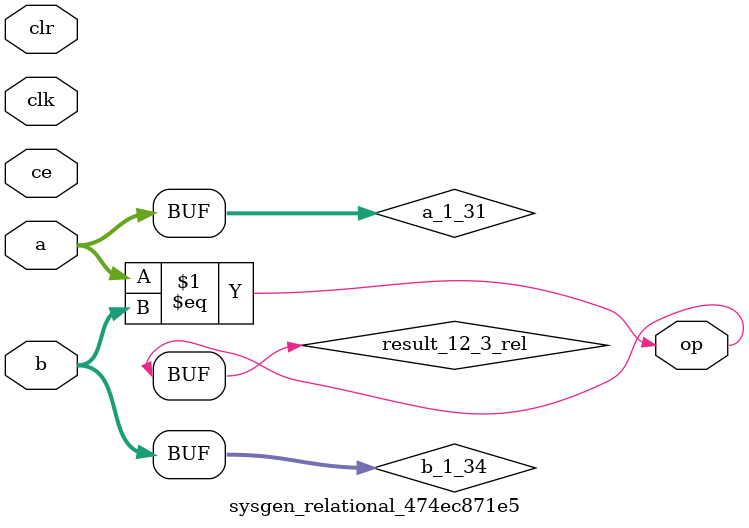
<source format=v>
module sysgen_relational_474ec871e5 (
  input [(8 - 1):0] a,
  input [(8 - 1):0] b,
  output [(1 - 1):0] op,
  input clk,
  input ce,
  input clr);
  wire [(8 - 1):0] a_1_31;
  wire [(8 - 1):0] b_1_34;
  localparam [(1 - 1):0] const_value = 1'b1;
  wire result_12_3_rel;
  assign a_1_31 = a;
  assign b_1_34 = b;
  assign result_12_3_rel = a_1_31 == b_1_34;
  assign op = result_12_3_rel;
endmodule
</source>
